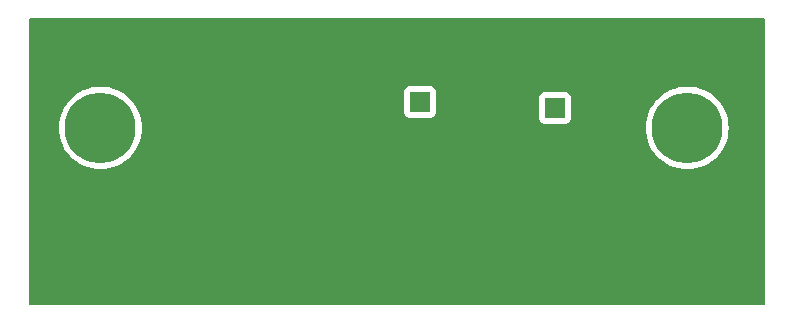
<source format=gbl>
%TF.GenerationSoftware,KiCad,Pcbnew,7.0.2*%
%TF.CreationDate,2023-08-29T13:45:51-07:00*%
%TF.ProjectId,Current Sense Standalone,43757272-656e-4742-9053-656e73652053,rev?*%
%TF.SameCoordinates,Original*%
%TF.FileFunction,Copper,L2,Bot*%
%TF.FilePolarity,Positive*%
%FSLAX46Y46*%
G04 Gerber Fmt 4.6, Leading zero omitted, Abs format (unit mm)*
G04 Created by KiCad (PCBNEW 7.0.2) date 2023-08-29 13:45:51*
%MOMM*%
%LPD*%
G01*
G04 APERTURE LIST*
G04 Aperture macros list*
%AMRoundRect*
0 Rectangle with rounded corners*
0 $1 Rounding radius*
0 $2 $3 $4 $5 $6 $7 $8 $9 X,Y pos of 4 corners*
0 Add a 4 corners polygon primitive as box body*
4,1,4,$2,$3,$4,$5,$6,$7,$8,$9,$2,$3,0*
0 Add four circle primitives for the rounded corners*
1,1,$1+$1,$2,$3*
1,1,$1+$1,$4,$5*
1,1,$1+$1,$6,$7*
1,1,$1+$1,$8,$9*
0 Add four rect primitives between the rounded corners*
20,1,$1+$1,$2,$3,$4,$5,0*
20,1,$1+$1,$4,$5,$6,$7,0*
20,1,$1+$1,$6,$7,$8,$9,0*
20,1,$1+$1,$8,$9,$2,$3,0*%
G04 Aperture macros list end*
%TA.AperFunction,ComponentPad*%
%ADD10RoundRect,1.500000X1.500000X-1.500000X1.500000X1.500000X-1.500000X1.500000X-1.500000X-1.500000X0*%
%TD*%
%TA.AperFunction,ComponentPad*%
%ADD11C,6.000000*%
%TD*%
%TA.AperFunction,ComponentPad*%
%ADD12R,1.700000X1.700000*%
%TD*%
%TA.AperFunction,ComponentPad*%
%ADD13O,1.700000X1.700000*%
%TD*%
G04 APERTURE END LIST*
D10*
X68344045Y-29210000D03*
D11*
X68344045Y-22010000D03*
D12*
X45720000Y-19812000D03*
D13*
X48260000Y-19812000D03*
D10*
X18650936Y-29210000D03*
D11*
X18650936Y-22010000D03*
D12*
X57150000Y-20320000D03*
D13*
X59690000Y-20320000D03*
%TA.AperFunction,Conductor*%
G36*
X74872539Y-12720185D02*
G01*
X74918294Y-12772989D01*
X74929500Y-12824500D01*
X74929500Y-36901978D01*
X74909815Y-36969017D01*
X74857011Y-37014772D01*
X74805500Y-37025978D01*
X12730653Y-37025978D01*
X12663614Y-37006293D01*
X12617859Y-36953489D01*
X12606653Y-36901978D01*
X12606653Y-22010000D01*
X15145632Y-22010000D01*
X15164834Y-22376404D01*
X15165339Y-22379597D01*
X15165341Y-22379609D01*
X15221721Y-22735576D01*
X15222231Y-22738794D01*
X15223069Y-22741923D01*
X15223072Y-22741935D01*
X15316351Y-23090056D01*
X15316355Y-23090070D01*
X15317194Y-23093199D01*
X15318357Y-23096228D01*
X15318361Y-23096241D01*
X15447520Y-23432712D01*
X15448681Y-23435736D01*
X15615254Y-23762652D01*
X15815085Y-24070366D01*
X16045987Y-24355506D01*
X16305430Y-24614949D01*
X16590570Y-24845851D01*
X16898284Y-25045682D01*
X17225200Y-25212255D01*
X17567737Y-25343742D01*
X17922142Y-25438705D01*
X18284532Y-25496102D01*
X18650936Y-25515304D01*
X19017340Y-25496102D01*
X19379730Y-25438705D01*
X19734135Y-25343742D01*
X20076672Y-25212255D01*
X20403588Y-25045682D01*
X20711302Y-24845851D01*
X20996442Y-24614949D01*
X21255885Y-24355506D01*
X21486787Y-24070366D01*
X21686618Y-23762652D01*
X21853191Y-23435736D01*
X21984678Y-23093199D01*
X22079641Y-22738794D01*
X22137038Y-22376404D01*
X22156240Y-22010000D01*
X64838741Y-22010000D01*
X64857943Y-22376404D01*
X64858448Y-22379597D01*
X64858450Y-22379609D01*
X64914830Y-22735576D01*
X64915340Y-22738794D01*
X64916178Y-22741923D01*
X64916181Y-22741935D01*
X65009460Y-23090056D01*
X65009464Y-23090070D01*
X65010303Y-23093199D01*
X65011466Y-23096228D01*
X65011470Y-23096241D01*
X65140629Y-23432712D01*
X65141790Y-23435736D01*
X65308363Y-23762652D01*
X65508194Y-24070366D01*
X65739096Y-24355506D01*
X65998539Y-24614949D01*
X66283679Y-24845851D01*
X66591393Y-25045682D01*
X66918309Y-25212255D01*
X67260846Y-25343742D01*
X67615251Y-25438705D01*
X67977641Y-25496102D01*
X68344045Y-25515304D01*
X68710449Y-25496102D01*
X69072839Y-25438705D01*
X69427244Y-25343742D01*
X69769781Y-25212255D01*
X70096697Y-25045682D01*
X70404411Y-24845851D01*
X70689551Y-24614949D01*
X70948994Y-24355506D01*
X71179896Y-24070366D01*
X71379727Y-23762652D01*
X71546300Y-23435736D01*
X71677787Y-23093199D01*
X71772750Y-22738794D01*
X71830147Y-22376404D01*
X71849349Y-22010000D01*
X71830147Y-21643596D01*
X71772750Y-21281206D01*
X71677787Y-20926801D01*
X71546300Y-20584264D01*
X71379727Y-20257348D01*
X71179896Y-19949634D01*
X70948994Y-19664494D01*
X70689551Y-19405051D01*
X70637023Y-19362515D01*
X70591337Y-19325518D01*
X70404411Y-19174149D01*
X70096697Y-18974318D01*
X70093809Y-18972846D01*
X70093803Y-18972843D01*
X69772662Y-18809213D01*
X69769781Y-18807745D01*
X69766760Y-18806585D01*
X69766757Y-18806584D01*
X69430286Y-18677425D01*
X69430273Y-18677421D01*
X69427244Y-18676258D01*
X69424115Y-18675419D01*
X69424101Y-18675415D01*
X69075980Y-18582136D01*
X69075968Y-18582133D01*
X69072839Y-18581295D01*
X69069626Y-18580786D01*
X69069621Y-18580785D01*
X68713654Y-18524405D01*
X68713642Y-18524403D01*
X68710449Y-18523898D01*
X68707216Y-18523728D01*
X68707211Y-18523728D01*
X68347289Y-18504866D01*
X68344045Y-18504696D01*
X68340801Y-18504866D01*
X67980878Y-18523728D01*
X67980871Y-18523728D01*
X67977641Y-18523898D01*
X67974449Y-18524403D01*
X67974435Y-18524405D01*
X67618468Y-18580785D01*
X67618459Y-18580786D01*
X67615251Y-18581295D01*
X67612125Y-18582132D01*
X67612109Y-18582136D01*
X67263988Y-18675415D01*
X67263968Y-18675421D01*
X67260846Y-18676258D01*
X67257821Y-18677418D01*
X67257803Y-18677425D01*
X66921332Y-18806584D01*
X66921322Y-18806588D01*
X66918309Y-18807745D01*
X66915434Y-18809209D01*
X66915427Y-18809213D01*
X66594286Y-18972843D01*
X66594272Y-18972850D01*
X66591393Y-18974318D01*
X66588673Y-18976084D01*
X66588665Y-18976089D01*
X66286407Y-19172377D01*
X66286401Y-19172380D01*
X66283679Y-19174149D01*
X66281159Y-19176189D01*
X66281153Y-19176194D01*
X66001057Y-19403011D01*
X66001046Y-19403020D01*
X65998539Y-19405051D01*
X65996254Y-19407335D01*
X65996244Y-19407345D01*
X65741390Y-19662199D01*
X65741380Y-19662209D01*
X65739096Y-19664494D01*
X65737065Y-19667001D01*
X65737056Y-19667012D01*
X65510239Y-19947108D01*
X65510234Y-19947114D01*
X65508194Y-19949634D01*
X65506425Y-19952356D01*
X65506422Y-19952362D01*
X65310134Y-20254620D01*
X65310129Y-20254628D01*
X65308363Y-20257348D01*
X65306895Y-20260227D01*
X65306888Y-20260241D01*
X65143258Y-20581382D01*
X65141790Y-20584264D01*
X65140633Y-20587277D01*
X65140629Y-20587287D01*
X65011470Y-20923758D01*
X65011463Y-20923776D01*
X65010303Y-20926801D01*
X65009466Y-20929923D01*
X65009460Y-20929943D01*
X64916181Y-21278064D01*
X64916177Y-21278080D01*
X64915340Y-21281206D01*
X64914831Y-21284414D01*
X64914830Y-21284423D01*
X64858450Y-21640390D01*
X64858448Y-21640404D01*
X64857943Y-21643596D01*
X64857773Y-21646826D01*
X64857773Y-21646833D01*
X64856533Y-21670499D01*
X64838741Y-22010000D01*
X22156240Y-22010000D01*
X22137038Y-21643596D01*
X22079641Y-21281206D01*
X22061788Y-21214578D01*
X55799500Y-21214578D01*
X55799501Y-21217872D01*
X55799853Y-21221152D01*
X55799854Y-21221159D01*
X55805909Y-21277484D01*
X55808497Y-21284423D01*
X55856204Y-21412331D01*
X55942454Y-21527546D01*
X56057669Y-21613796D01*
X56192517Y-21664091D01*
X56252127Y-21670500D01*
X58047872Y-21670499D01*
X58107483Y-21664091D01*
X58242331Y-21613796D01*
X58357546Y-21527546D01*
X58443796Y-21412331D01*
X58494091Y-21277483D01*
X58500500Y-21217873D01*
X58500499Y-19422128D01*
X58494091Y-19362517D01*
X58443796Y-19227669D01*
X58357546Y-19112454D01*
X58242331Y-19026204D01*
X58107483Y-18975909D01*
X58047873Y-18969500D01*
X58044550Y-18969500D01*
X56255439Y-18969500D01*
X56255420Y-18969500D01*
X56252128Y-18969501D01*
X56248848Y-18969853D01*
X56248840Y-18969854D01*
X56192515Y-18975909D01*
X56057669Y-19026204D01*
X55942454Y-19112454D01*
X55856204Y-19227668D01*
X55805910Y-19362515D01*
X55805909Y-19362517D01*
X55799500Y-19422127D01*
X55799500Y-19425448D01*
X55799500Y-19425449D01*
X55799500Y-21214560D01*
X55799500Y-21214578D01*
X22061788Y-21214578D01*
X21984678Y-20926801D01*
X21900143Y-20706578D01*
X44369500Y-20706578D01*
X44369501Y-20709872D01*
X44375909Y-20769483D01*
X44426204Y-20904331D01*
X44512454Y-21019546D01*
X44627669Y-21105796D01*
X44762517Y-21156091D01*
X44822127Y-21162500D01*
X46617872Y-21162499D01*
X46677483Y-21156091D01*
X46812331Y-21105796D01*
X46927546Y-21019546D01*
X47013796Y-20904331D01*
X47064091Y-20769483D01*
X47070500Y-20709873D01*
X47070499Y-18914128D01*
X47064091Y-18854517D01*
X47013796Y-18719669D01*
X46927546Y-18604454D01*
X46812331Y-18518204D01*
X46677483Y-18467909D01*
X46617873Y-18461500D01*
X46614550Y-18461500D01*
X44825439Y-18461500D01*
X44825420Y-18461500D01*
X44822128Y-18461501D01*
X44818848Y-18461853D01*
X44818840Y-18461854D01*
X44762515Y-18467909D01*
X44627669Y-18518204D01*
X44512454Y-18604454D01*
X44426204Y-18719668D01*
X44375910Y-18854515D01*
X44375909Y-18854517D01*
X44369500Y-18914127D01*
X44369500Y-18917448D01*
X44369500Y-18917449D01*
X44369500Y-20706560D01*
X44369500Y-20706578D01*
X21900143Y-20706578D01*
X21853191Y-20584264D01*
X21686618Y-20257348D01*
X21486787Y-19949634D01*
X21255885Y-19664494D01*
X20996442Y-19405051D01*
X20943914Y-19362515D01*
X20898228Y-19325518D01*
X20711302Y-19174149D01*
X20403588Y-18974318D01*
X20400700Y-18972846D01*
X20400694Y-18972843D01*
X20079553Y-18809213D01*
X20076672Y-18807745D01*
X20073651Y-18806585D01*
X20073648Y-18806584D01*
X19737177Y-18677425D01*
X19737164Y-18677421D01*
X19734135Y-18676258D01*
X19731006Y-18675419D01*
X19730992Y-18675415D01*
X19382871Y-18582136D01*
X19382859Y-18582133D01*
X19379730Y-18581295D01*
X19376517Y-18580786D01*
X19376512Y-18580785D01*
X19020545Y-18524405D01*
X19020533Y-18524403D01*
X19017340Y-18523898D01*
X19014107Y-18523728D01*
X19014102Y-18523728D01*
X18654180Y-18504866D01*
X18650936Y-18504696D01*
X18647692Y-18504866D01*
X18287769Y-18523728D01*
X18287762Y-18523728D01*
X18284532Y-18523898D01*
X18281340Y-18524403D01*
X18281326Y-18524405D01*
X17925359Y-18580785D01*
X17925350Y-18580786D01*
X17922142Y-18581295D01*
X17919016Y-18582132D01*
X17919000Y-18582136D01*
X17570879Y-18675415D01*
X17570859Y-18675421D01*
X17567737Y-18676258D01*
X17564712Y-18677418D01*
X17564694Y-18677425D01*
X17228223Y-18806584D01*
X17228213Y-18806588D01*
X17225200Y-18807745D01*
X17222325Y-18809209D01*
X17222318Y-18809213D01*
X16901177Y-18972843D01*
X16901163Y-18972850D01*
X16898284Y-18974318D01*
X16895564Y-18976084D01*
X16895556Y-18976089D01*
X16593298Y-19172377D01*
X16593292Y-19172380D01*
X16590570Y-19174149D01*
X16588050Y-19176189D01*
X16588044Y-19176194D01*
X16307948Y-19403011D01*
X16307937Y-19403020D01*
X16305430Y-19405051D01*
X16303145Y-19407335D01*
X16303135Y-19407345D01*
X16048281Y-19662199D01*
X16048271Y-19662209D01*
X16045987Y-19664494D01*
X16043956Y-19667001D01*
X16043947Y-19667012D01*
X15817130Y-19947108D01*
X15817125Y-19947114D01*
X15815085Y-19949634D01*
X15813316Y-19952356D01*
X15813313Y-19952362D01*
X15617025Y-20254620D01*
X15617020Y-20254628D01*
X15615254Y-20257348D01*
X15613786Y-20260227D01*
X15613779Y-20260241D01*
X15450149Y-20581382D01*
X15448681Y-20584264D01*
X15447524Y-20587277D01*
X15447520Y-20587287D01*
X15318361Y-20923758D01*
X15318354Y-20923776D01*
X15317194Y-20926801D01*
X15316357Y-20929923D01*
X15316351Y-20929943D01*
X15223072Y-21278064D01*
X15223068Y-21278080D01*
X15222231Y-21281206D01*
X15221722Y-21284414D01*
X15221721Y-21284423D01*
X15165341Y-21640390D01*
X15165339Y-21640404D01*
X15164834Y-21643596D01*
X15164664Y-21646826D01*
X15164664Y-21646833D01*
X15163424Y-21670499D01*
X15145632Y-22010000D01*
X12606653Y-22010000D01*
X12606653Y-12824500D01*
X12626338Y-12757461D01*
X12679142Y-12711706D01*
X12730653Y-12700500D01*
X74805500Y-12700500D01*
X74872539Y-12720185D01*
G37*
%TD.AperFunction*%
M02*

</source>
